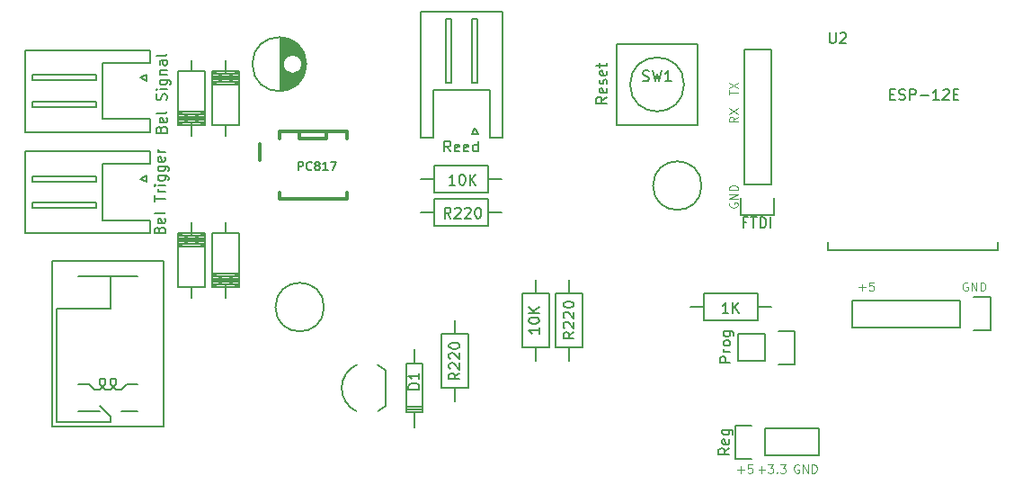
<source format=gbr>
G04 #@! TF.FileFunction,Legend,Top*
%FSLAX46Y46*%
G04 Gerber Fmt 4.6, Leading zero omitted, Abs format (unit mm)*
G04 Created by KiCad (PCBNEW 4.0.3+e1-6302~38~ubuntu15.04.1-stable) date Sat Aug 20 23:13:29 2016*
%MOMM*%
%LPD*%
G01*
G04 APERTURE LIST*
%ADD10C,0.100000*%
%ADD11C,0.150000*%
%ADD12C,0.350000*%
%ADD13C,0.152400*%
G04 APERTURE END LIST*
D10*
X208305477Y-99930000D02*
X208229286Y-99891905D01*
X208115001Y-99891905D01*
X208000715Y-99930000D01*
X207924524Y-100006190D01*
X207886429Y-100082381D01*
X207848334Y-100234762D01*
X207848334Y-100349048D01*
X207886429Y-100501429D01*
X207924524Y-100577619D01*
X208000715Y-100653810D01*
X208115001Y-100691905D01*
X208191191Y-100691905D01*
X208305477Y-100653810D01*
X208343572Y-100615714D01*
X208343572Y-100349048D01*
X208191191Y-100349048D01*
X208686429Y-100691905D02*
X208686429Y-99891905D01*
X209143572Y-100691905D01*
X209143572Y-99891905D01*
X209524524Y-100691905D02*
X209524524Y-99891905D01*
X209715000Y-99891905D01*
X209829286Y-99930000D01*
X209905477Y-100006190D01*
X209943572Y-100082381D01*
X209981667Y-100234762D01*
X209981667Y-100349048D01*
X209943572Y-100501429D01*
X209905477Y-100577619D01*
X209829286Y-100653810D01*
X209715000Y-100691905D01*
X209524524Y-100691905D01*
X198069286Y-100387143D02*
X198678810Y-100387143D01*
X198374048Y-100691905D02*
X198374048Y-100082381D01*
X199440715Y-99891905D02*
X199059762Y-99891905D01*
X199021667Y-100272857D01*
X199059762Y-100234762D01*
X199135953Y-100196667D01*
X199326429Y-100196667D01*
X199402619Y-100234762D01*
X199440715Y-100272857D01*
X199478810Y-100349048D01*
X199478810Y-100539524D01*
X199440715Y-100615714D01*
X199402619Y-100653810D01*
X199326429Y-100691905D01*
X199135953Y-100691905D01*
X199059762Y-100653810D01*
X199021667Y-100615714D01*
X186639286Y-117532143D02*
X187248810Y-117532143D01*
X186944048Y-117836905D02*
X186944048Y-117227381D01*
X188010715Y-117036905D02*
X187629762Y-117036905D01*
X187591667Y-117417857D01*
X187629762Y-117379762D01*
X187705953Y-117341667D01*
X187896429Y-117341667D01*
X187972619Y-117379762D01*
X188010715Y-117417857D01*
X188048810Y-117494048D01*
X188048810Y-117684524D01*
X188010715Y-117760714D01*
X187972619Y-117798810D01*
X187896429Y-117836905D01*
X187705953Y-117836905D01*
X187629762Y-117798810D01*
X187591667Y-117760714D01*
X188607857Y-117532143D02*
X189217381Y-117532143D01*
X188912619Y-117836905D02*
X188912619Y-117227381D01*
X189522143Y-117036905D02*
X190017381Y-117036905D01*
X189750714Y-117341667D01*
X189865000Y-117341667D01*
X189941190Y-117379762D01*
X189979286Y-117417857D01*
X190017381Y-117494048D01*
X190017381Y-117684524D01*
X189979286Y-117760714D01*
X189941190Y-117798810D01*
X189865000Y-117836905D01*
X189636428Y-117836905D01*
X189560238Y-117798810D01*
X189522143Y-117760714D01*
X190360238Y-117760714D02*
X190398333Y-117798810D01*
X190360238Y-117836905D01*
X190322143Y-117798810D01*
X190360238Y-117760714D01*
X190360238Y-117836905D01*
X190665000Y-117036905D02*
X191160238Y-117036905D01*
X190893571Y-117341667D01*
X191007857Y-117341667D01*
X191084047Y-117379762D01*
X191122143Y-117417857D01*
X191160238Y-117494048D01*
X191160238Y-117684524D01*
X191122143Y-117760714D01*
X191084047Y-117798810D01*
X191007857Y-117836905D01*
X190779285Y-117836905D01*
X190703095Y-117798810D01*
X190665000Y-117760714D01*
X192430477Y-117075000D02*
X192354286Y-117036905D01*
X192240001Y-117036905D01*
X192125715Y-117075000D01*
X192049524Y-117151190D01*
X192011429Y-117227381D01*
X191973334Y-117379762D01*
X191973334Y-117494048D01*
X192011429Y-117646429D01*
X192049524Y-117722619D01*
X192125715Y-117798810D01*
X192240001Y-117836905D01*
X192316191Y-117836905D01*
X192430477Y-117798810D01*
X192468572Y-117760714D01*
X192468572Y-117494048D01*
X192316191Y-117494048D01*
X192811429Y-117836905D02*
X192811429Y-117036905D01*
X193268572Y-117836905D01*
X193268572Y-117036905D01*
X193649524Y-117836905D02*
X193649524Y-117036905D01*
X193840000Y-117036905D01*
X193954286Y-117075000D01*
X194030477Y-117151190D01*
X194068572Y-117227381D01*
X194106667Y-117379762D01*
X194106667Y-117494048D01*
X194068572Y-117646429D01*
X194030477Y-117722619D01*
X193954286Y-117798810D01*
X193840000Y-117836905D01*
X193649524Y-117836905D01*
X185870905Y-82270524D02*
X185870905Y-81813381D01*
X186670905Y-82041952D02*
X185870905Y-82041952D01*
X185870905Y-81622904D02*
X186670905Y-81089571D01*
X185870905Y-81089571D02*
X186670905Y-81622904D01*
X186670905Y-84334333D02*
X186289952Y-84601000D01*
X186670905Y-84791476D02*
X185870905Y-84791476D01*
X185870905Y-84486714D01*
X185909000Y-84410523D01*
X185947095Y-84372428D01*
X186023286Y-84334333D01*
X186137571Y-84334333D01*
X186213762Y-84372428D01*
X186251857Y-84410523D01*
X186289952Y-84486714D01*
X186289952Y-84791476D01*
X185870905Y-84067666D02*
X186670905Y-83534333D01*
X185870905Y-83534333D02*
X186670905Y-84067666D01*
X185909000Y-92430523D02*
X185870905Y-92506714D01*
X185870905Y-92620999D01*
X185909000Y-92735285D01*
X185985190Y-92811476D01*
X186061381Y-92849571D01*
X186213762Y-92887666D01*
X186328048Y-92887666D01*
X186480429Y-92849571D01*
X186556619Y-92811476D01*
X186632810Y-92735285D01*
X186670905Y-92620999D01*
X186670905Y-92544809D01*
X186632810Y-92430523D01*
X186594714Y-92392428D01*
X186328048Y-92392428D01*
X186328048Y-92544809D01*
X186670905Y-92049571D02*
X185870905Y-92049571D01*
X186670905Y-91592428D01*
X185870905Y-91592428D01*
X186670905Y-91211476D02*
X185870905Y-91211476D01*
X185870905Y-91021000D01*
X185909000Y-90906714D01*
X185985190Y-90830523D01*
X186061381Y-90792428D01*
X186213762Y-90754333D01*
X186328048Y-90754333D01*
X186480429Y-90792428D01*
X186556619Y-90830523D01*
X186632810Y-90906714D01*
X186670905Y-91021000D01*
X186670905Y-91211476D01*
D11*
X160675000Y-74470000D02*
X164525000Y-74470000D01*
X164525000Y-74470000D02*
X164525000Y-86270000D01*
X164525000Y-86270000D02*
X163325000Y-86270000D01*
X163325000Y-86270000D02*
X163325000Y-81770000D01*
X163325000Y-81770000D02*
X160675000Y-81770000D01*
X160675000Y-74470000D02*
X156825000Y-74470000D01*
X156825000Y-74470000D02*
X156825000Y-86270000D01*
X156825000Y-86270000D02*
X158025000Y-86270000D01*
X158025000Y-86270000D02*
X158025000Y-81770000D01*
X158025000Y-81770000D02*
X160675000Y-81770000D01*
X162175000Y-81120000D02*
X162175000Y-75120000D01*
X162175000Y-75120000D02*
X161675000Y-75120000D01*
X161675000Y-75120000D02*
X161675000Y-81120000D01*
X161675000Y-81120000D02*
X162175000Y-81120000D01*
X159675000Y-81120000D02*
X159675000Y-75120000D01*
X159675000Y-75120000D02*
X159175000Y-75120000D01*
X159175000Y-75120000D02*
X159175000Y-81120000D01*
X159175000Y-81120000D02*
X159675000Y-81120000D01*
X161925000Y-85320000D02*
X162225000Y-85920000D01*
X162225000Y-85920000D02*
X161625000Y-85920000D01*
X161625000Y-85920000D02*
X161925000Y-85320000D01*
X143565000Y-76876000D02*
X143565000Y-81874000D01*
X143705000Y-76884000D02*
X143705000Y-81866000D01*
X143845000Y-76900000D02*
X143845000Y-79280000D01*
X143845000Y-79470000D02*
X143845000Y-81850000D01*
X143985000Y-76924000D02*
X143985000Y-78885000D01*
X143985000Y-79865000D02*
X143985000Y-81826000D01*
X144125000Y-76957000D02*
X144125000Y-78718000D01*
X144125000Y-80032000D02*
X144125000Y-81793000D01*
X144265000Y-76998000D02*
X144265000Y-78611000D01*
X144265000Y-80139000D02*
X144265000Y-81752000D01*
X144405000Y-77048000D02*
X144405000Y-78540000D01*
X144405000Y-80210000D02*
X144405000Y-81702000D01*
X144545000Y-77109000D02*
X144545000Y-78496000D01*
X144545000Y-80254000D02*
X144545000Y-81641000D01*
X144685000Y-77179000D02*
X144685000Y-78477000D01*
X144685000Y-80273000D02*
X144685000Y-81571000D01*
X144825000Y-77261000D02*
X144825000Y-78479000D01*
X144825000Y-80271000D02*
X144825000Y-81489000D01*
X144965000Y-77356000D02*
X144965000Y-78504000D01*
X144965000Y-80246000D02*
X144965000Y-81394000D01*
X145105000Y-77467000D02*
X145105000Y-78552000D01*
X145105000Y-80198000D02*
X145105000Y-81283000D01*
X145245000Y-77595000D02*
X145245000Y-78630000D01*
X145245000Y-80120000D02*
X145245000Y-81155000D01*
X145385000Y-77744000D02*
X145385000Y-78747000D01*
X145385000Y-80003000D02*
X145385000Y-81006000D01*
X145525000Y-77923000D02*
X145525000Y-78935000D01*
X145525000Y-79815000D02*
X145525000Y-80827000D01*
X145665000Y-78142000D02*
X145665000Y-80608000D01*
X145805000Y-78431000D02*
X145805000Y-80319000D01*
X145945000Y-78903000D02*
X145945000Y-79847000D01*
X145640000Y-79375000D02*
G75*
G03X145640000Y-79375000I-900000J0D01*
G01*
X146027500Y-79375000D02*
G75*
G03X146027500Y-79375000I-2537500J0D01*
G01*
X138432540Y-85090000D02*
X138432540Y-86106000D01*
X138432540Y-80264000D02*
X138432540Y-78994000D01*
X139702540Y-80518000D02*
X137162540Y-80518000D01*
X139702540Y-80772000D02*
X137162540Y-80772000D01*
X139702540Y-81026000D02*
X137162540Y-81026000D01*
X139702540Y-80264000D02*
X137162540Y-80264000D01*
X139702540Y-81280000D02*
X137162540Y-80010000D01*
X139702540Y-80010000D02*
X137162540Y-81280000D01*
X139702540Y-81280000D02*
X137162540Y-81280000D01*
X139702540Y-80645000D02*
X137162540Y-80645000D01*
X137162540Y-80010000D02*
X139702540Y-80010000D01*
X139702540Y-80010000D02*
X139702540Y-85090000D01*
X139702540Y-85090000D02*
X137162540Y-85090000D01*
X137162540Y-85090000D02*
X137162540Y-80010000D01*
X138427460Y-95250000D02*
X138427460Y-94234000D01*
X138427460Y-100076000D02*
X138427460Y-101346000D01*
X137157460Y-99822000D02*
X139697460Y-99822000D01*
X137157460Y-99568000D02*
X139697460Y-99568000D01*
X137157460Y-99314000D02*
X139697460Y-99314000D01*
X137157460Y-100076000D02*
X139697460Y-100076000D01*
X137157460Y-99060000D02*
X139697460Y-100330000D01*
X137157460Y-100330000D02*
X139697460Y-99060000D01*
X137157460Y-99060000D02*
X139697460Y-99060000D01*
X137157460Y-99695000D02*
X139697460Y-99695000D01*
X139697460Y-100330000D02*
X137157460Y-100330000D01*
X137157460Y-100330000D02*
X137157460Y-95250000D01*
X137157460Y-95250000D02*
X139697460Y-95250000D01*
X139697460Y-95250000D02*
X139697460Y-100330000D01*
X135252460Y-80010000D02*
X135252460Y-78994000D01*
X135252460Y-84836000D02*
X135252460Y-86106000D01*
X133982460Y-84582000D02*
X136522460Y-84582000D01*
X133982460Y-84328000D02*
X136522460Y-84328000D01*
X133982460Y-84074000D02*
X136522460Y-84074000D01*
X133982460Y-84836000D02*
X136522460Y-84836000D01*
X133982460Y-83820000D02*
X136522460Y-85090000D01*
X133982460Y-85090000D02*
X136522460Y-83820000D01*
X133982460Y-83820000D02*
X136522460Y-83820000D01*
X133982460Y-84455000D02*
X136522460Y-84455000D01*
X136522460Y-85090000D02*
X133982460Y-85090000D01*
X133982460Y-85090000D02*
X133982460Y-80010000D01*
X133982460Y-80010000D02*
X136522460Y-80010000D01*
X136522460Y-80010000D02*
X136522460Y-85090000D01*
X135257540Y-100330000D02*
X135257540Y-101346000D01*
X135257540Y-95504000D02*
X135257540Y-94234000D01*
X136527540Y-95758000D02*
X133987540Y-95758000D01*
X136527540Y-96012000D02*
X133987540Y-96012000D01*
X136527540Y-96266000D02*
X133987540Y-96266000D01*
X136527540Y-95504000D02*
X133987540Y-95504000D01*
X136527540Y-96520000D02*
X133987540Y-95250000D01*
X136527540Y-95250000D02*
X133987540Y-96520000D01*
X136527540Y-96520000D02*
X133987540Y-96520000D01*
X136527540Y-95885000D02*
X133987540Y-95885000D01*
X133987540Y-95250000D02*
X136527540Y-95250000D01*
X136527540Y-95250000D02*
X136527540Y-100330000D01*
X136527540Y-100330000D02*
X133987540Y-100330000D01*
X133987540Y-100330000D02*
X133987540Y-95250000D01*
X119555000Y-81895000D02*
X119555000Y-78045000D01*
X119555000Y-78045000D02*
X131355000Y-78045000D01*
X131355000Y-78045000D02*
X131355000Y-79245000D01*
X131355000Y-79245000D02*
X126855000Y-79245000D01*
X126855000Y-79245000D02*
X126855000Y-81895000D01*
X119555000Y-81895000D02*
X119555000Y-85745000D01*
X119555000Y-85745000D02*
X131355000Y-85745000D01*
X131355000Y-85745000D02*
X131355000Y-84545000D01*
X131355000Y-84545000D02*
X126855000Y-84545000D01*
X126855000Y-84545000D02*
X126855000Y-81895000D01*
X126205000Y-80395000D02*
X120205000Y-80395000D01*
X120205000Y-80395000D02*
X120205000Y-80895000D01*
X120205000Y-80895000D02*
X126205000Y-80895000D01*
X126205000Y-80895000D02*
X126205000Y-80395000D01*
X126205000Y-82895000D02*
X120205000Y-82895000D01*
X120205000Y-82895000D02*
X120205000Y-83395000D01*
X120205000Y-83395000D02*
X126205000Y-83395000D01*
X126205000Y-83395000D02*
X126205000Y-82895000D01*
X130405000Y-80645000D02*
X131005000Y-80345000D01*
X131005000Y-80345000D02*
X131005000Y-80945000D01*
X131005000Y-80945000D02*
X130405000Y-80645000D01*
X119555000Y-91420000D02*
X119555000Y-87570000D01*
X119555000Y-87570000D02*
X131355000Y-87570000D01*
X131355000Y-87570000D02*
X131355000Y-88770000D01*
X131355000Y-88770000D02*
X126855000Y-88770000D01*
X126855000Y-88770000D02*
X126855000Y-91420000D01*
X119555000Y-91420000D02*
X119555000Y-95270000D01*
X119555000Y-95270000D02*
X131355000Y-95270000D01*
X131355000Y-95270000D02*
X131355000Y-94070000D01*
X131355000Y-94070000D02*
X126855000Y-94070000D01*
X126855000Y-94070000D02*
X126855000Y-91420000D01*
X126205000Y-89920000D02*
X120205000Y-89920000D01*
X120205000Y-89920000D02*
X120205000Y-90420000D01*
X120205000Y-90420000D02*
X126205000Y-90420000D01*
X126205000Y-90420000D02*
X126205000Y-89920000D01*
X126205000Y-92420000D02*
X120205000Y-92420000D01*
X120205000Y-92420000D02*
X120205000Y-92920000D01*
X120205000Y-92920000D02*
X126205000Y-92920000D01*
X126205000Y-92920000D02*
X126205000Y-92420000D01*
X130405000Y-90170000D02*
X131005000Y-89870000D01*
X131005000Y-89870000D02*
X131005000Y-90470000D01*
X131005000Y-90470000D02*
X130405000Y-90170000D01*
X158115000Y-88900000D02*
X163195000Y-88900000D01*
X163195000Y-88900000D02*
X163195000Y-91440000D01*
X163195000Y-91440000D02*
X158115000Y-91440000D01*
X158115000Y-91440000D02*
X158115000Y-88900000D01*
X158115000Y-90170000D02*
X156845000Y-90170000D01*
X163195000Y-90170000D02*
X164465000Y-90170000D01*
X163195000Y-94615000D02*
X158115000Y-94615000D01*
X158115000Y-94615000D02*
X158115000Y-92075000D01*
X158115000Y-92075000D02*
X163195000Y-92075000D01*
X163195000Y-92075000D02*
X163195000Y-94615000D01*
X163195000Y-93345000D02*
X164465000Y-93345000D01*
X158115000Y-93345000D02*
X156845000Y-93345000D01*
D12*
X141685000Y-86900000D02*
X141685000Y-88400000D01*
X147955000Y-85725000D02*
X147955000Y-86360000D01*
X147955000Y-86360000D02*
X145415000Y-86360000D01*
X145415000Y-86360000D02*
X145415000Y-85725000D01*
X149860000Y-86360000D02*
X149860000Y-85725000D01*
X149860000Y-85725000D02*
X143510000Y-85725000D01*
X143510000Y-85725000D02*
X143510000Y-86360000D01*
X143510000Y-91440000D02*
X143510000Y-92075000D01*
X143510000Y-92075000D02*
X149860000Y-92075000D01*
X149860000Y-92075000D02*
X149860000Y-91440000D01*
D13*
X195199000Y-96139000D02*
X195199000Y-96901000D01*
X195199000Y-96901000D02*
X211201000Y-96901000D01*
X211201000Y-96901000D02*
X211201000Y-96139000D01*
D11*
X189230000Y-107315000D02*
X186690000Y-107315000D01*
X192050000Y-107595000D02*
X190500000Y-107595000D01*
X189230000Y-107315000D02*
X189230000Y-104775000D01*
X190500000Y-104495000D02*
X192050000Y-104495000D01*
X192050000Y-104495000D02*
X192050000Y-107595000D01*
X189230000Y-104775000D02*
X186690000Y-104775000D01*
X186690000Y-104775000D02*
X186690000Y-107315000D01*
X187265000Y-90715000D02*
X187265000Y-78015000D01*
X187265000Y-78015000D02*
X189805000Y-78015000D01*
X189805000Y-78015000D02*
X189805000Y-90715000D01*
X186985000Y-93535000D02*
X186985000Y-91985000D01*
X187265000Y-90715000D02*
X189805000Y-90715000D01*
X190085000Y-91985000D02*
X190085000Y-93535000D01*
X190085000Y-93535000D02*
X186985000Y-93535000D01*
X208915000Y-101320000D02*
X210465000Y-101320000D01*
X210465000Y-101320000D02*
X210465000Y-104420000D01*
X210465000Y-104420000D02*
X208915000Y-104420000D01*
X207645000Y-104140000D02*
X197485000Y-104140000D01*
X197485000Y-104140000D02*
X197485000Y-101600000D01*
X197485000Y-101600000D02*
X207645000Y-101600000D01*
X207645000Y-104140000D02*
X207645000Y-101600000D01*
X189230000Y-116205000D02*
X194310000Y-116205000D01*
X194310000Y-116205000D02*
X194310000Y-113665000D01*
X194310000Y-113665000D02*
X189230000Y-113665000D01*
X186410000Y-113385000D02*
X187960000Y-113385000D01*
X189230000Y-113665000D02*
X189230000Y-116205000D01*
X187960000Y-116485000D02*
X186410000Y-116485000D01*
X186410000Y-116485000D02*
X186410000Y-113385000D01*
X168910000Y-100965000D02*
X168910000Y-106045000D01*
X168910000Y-106045000D02*
X166370000Y-106045000D01*
X166370000Y-106045000D02*
X166370000Y-100965000D01*
X166370000Y-100965000D02*
X168910000Y-100965000D01*
X167640000Y-100965000D02*
X167640000Y-99695000D01*
X167640000Y-106045000D02*
X167640000Y-107315000D01*
X169545000Y-106045000D02*
X169545000Y-100965000D01*
X169545000Y-100965000D02*
X172085000Y-100965000D01*
X172085000Y-100965000D02*
X172085000Y-106045000D01*
X172085000Y-106045000D02*
X169545000Y-106045000D01*
X170815000Y-106045000D02*
X170815000Y-107315000D01*
X170815000Y-100965000D02*
X170815000Y-99695000D01*
X183515000Y-100965000D02*
X188595000Y-100965000D01*
X188595000Y-100965000D02*
X188595000Y-103505000D01*
X188595000Y-103505000D02*
X183515000Y-103505000D01*
X183515000Y-103505000D02*
X183515000Y-100965000D01*
X183515000Y-102235000D02*
X182245000Y-102235000D01*
X188595000Y-102235000D02*
X189865000Y-102235000D01*
X181610000Y-81280000D02*
G75*
G03X181610000Y-81280000I-2540000J0D01*
G01*
X175260000Y-77470000D02*
X182880000Y-77470000D01*
X182880000Y-77470000D02*
X182880000Y-85090000D01*
X182880000Y-85090000D02*
X175260000Y-85090000D01*
X175260000Y-77470000D02*
X175260000Y-85090000D01*
X156207460Y-107568480D02*
X156207460Y-106171480D01*
X156207460Y-112013480D02*
X156207460Y-113537480D01*
X155445460Y-111632480D02*
X156969460Y-111632480D01*
X155445460Y-111886480D02*
X156969460Y-111886480D01*
X156207460Y-112140480D02*
X156969460Y-112140480D01*
X156969460Y-112140480D02*
X156969460Y-107568480D01*
X156969460Y-107568480D02*
X155445460Y-107568480D01*
X155445460Y-107568480D02*
X155445460Y-112140480D01*
X155445460Y-112140480D02*
X156207460Y-112140480D01*
X158750000Y-109855000D02*
X158750000Y-104775000D01*
X158750000Y-104775000D02*
X161290000Y-104775000D01*
X161290000Y-104775000D02*
X161290000Y-109855000D01*
X161290000Y-109855000D02*
X158750000Y-109855000D01*
X160020000Y-109855000D02*
X160020000Y-111125000D01*
X160020000Y-104775000D02*
X160020000Y-103505000D01*
X124587000Y-109474000D02*
X125603000Y-109474000D01*
X125603000Y-109474000D02*
X126111000Y-109982000D01*
X126111000Y-109982000D02*
X126619000Y-109982000D01*
X126619000Y-109982000D02*
X127127000Y-109474000D01*
X127127000Y-109474000D02*
X127127000Y-108966000D01*
X127127000Y-108966000D02*
X126619000Y-108966000D01*
X126619000Y-108966000D02*
X126619000Y-109474000D01*
X126619000Y-109474000D02*
X127127000Y-109982000D01*
X127127000Y-109982000D02*
X127635000Y-109982000D01*
X127635000Y-109982000D02*
X128143000Y-109474000D01*
X128143000Y-109474000D02*
X128143000Y-108966000D01*
X128143000Y-108966000D02*
X127635000Y-108966000D01*
X127635000Y-108966000D02*
X127635000Y-109474000D01*
X127635000Y-109474000D02*
X128143000Y-109982000D01*
X128143000Y-109982000D02*
X128651000Y-109982000D01*
X128651000Y-109982000D02*
X129159000Y-109474000D01*
X129159000Y-109474000D02*
X130175000Y-109474000D01*
X126619000Y-112014000D02*
X124587000Y-112014000D01*
X122555000Y-113030000D02*
X122555000Y-102362000D01*
X122555000Y-102362000D02*
X127635000Y-102362000D01*
X127635000Y-102362000D02*
X127635000Y-99314000D01*
X122555000Y-113030000D02*
X127635000Y-113030000D01*
X127635000Y-113030000D02*
X127635000Y-112522000D01*
X127635000Y-112522000D02*
X126619000Y-111506000D01*
X130175000Y-112014000D02*
X128651000Y-112014000D01*
X124587000Y-99314000D02*
X130175000Y-99314000D01*
X132611000Y-113434000D02*
X132611000Y-97934000D01*
X132611000Y-97934000D02*
X122111000Y-97934000D01*
X122111000Y-113434000D02*
X132611000Y-113434000D01*
X122111000Y-97934000D02*
X122111000Y-113434000D01*
X152761990Y-112042695D02*
G75*
G03X153465000Y-111555000I-996990J2187695D01*
G01*
X152761990Y-107667305D02*
G75*
G02X153465000Y-108155000I-996990J-2187695D01*
G01*
X153465000Y-111555000D02*
X153465000Y-108155000D01*
X150771873Y-112039879D02*
G75*
G02X149365000Y-109855000I993127J2184879D01*
G01*
X150771873Y-107670121D02*
G75*
G03X149365000Y-109855000I993127J-2184879D01*
G01*
X147701000Y-102235000D02*
G75*
G03X147701000Y-102235000I-2286000J0D01*
G01*
X183261000Y-90805000D02*
G75*
G03X183261000Y-90805000I-2286000J0D01*
G01*
X159615000Y-87597381D02*
X159281666Y-87121190D01*
X159043571Y-87597381D02*
X159043571Y-86597381D01*
X159424524Y-86597381D01*
X159519762Y-86645000D01*
X159567381Y-86692619D01*
X159615000Y-86787857D01*
X159615000Y-86930714D01*
X159567381Y-87025952D01*
X159519762Y-87073571D01*
X159424524Y-87121190D01*
X159043571Y-87121190D01*
X160424524Y-87549762D02*
X160329286Y-87597381D01*
X160138809Y-87597381D01*
X160043571Y-87549762D01*
X159995952Y-87454524D01*
X159995952Y-87073571D01*
X160043571Y-86978333D01*
X160138809Y-86930714D01*
X160329286Y-86930714D01*
X160424524Y-86978333D01*
X160472143Y-87073571D01*
X160472143Y-87168810D01*
X159995952Y-87264048D01*
X161281667Y-87549762D02*
X161186429Y-87597381D01*
X160995952Y-87597381D01*
X160900714Y-87549762D01*
X160853095Y-87454524D01*
X160853095Y-87073571D01*
X160900714Y-86978333D01*
X160995952Y-86930714D01*
X161186429Y-86930714D01*
X161281667Y-86978333D01*
X161329286Y-87073571D01*
X161329286Y-87168810D01*
X160853095Y-87264048D01*
X162186429Y-87597381D02*
X162186429Y-86597381D01*
X162186429Y-87549762D02*
X162091191Y-87597381D01*
X161900714Y-87597381D01*
X161805476Y-87549762D01*
X161757857Y-87502143D01*
X161710238Y-87406905D01*
X161710238Y-87121190D01*
X161757857Y-87025952D01*
X161805476Y-86978333D01*
X161900714Y-86930714D01*
X162091191Y-86930714D01*
X162186429Y-86978333D01*
X132373571Y-85508333D02*
X132421190Y-85365476D01*
X132468810Y-85317857D01*
X132564048Y-85270238D01*
X132706905Y-85270238D01*
X132802143Y-85317857D01*
X132849762Y-85365476D01*
X132897381Y-85460714D01*
X132897381Y-85841667D01*
X131897381Y-85841667D01*
X131897381Y-85508333D01*
X131945000Y-85413095D01*
X131992619Y-85365476D01*
X132087857Y-85317857D01*
X132183095Y-85317857D01*
X132278333Y-85365476D01*
X132325952Y-85413095D01*
X132373571Y-85508333D01*
X132373571Y-85841667D01*
X132849762Y-84460714D02*
X132897381Y-84555952D01*
X132897381Y-84746429D01*
X132849762Y-84841667D01*
X132754524Y-84889286D01*
X132373571Y-84889286D01*
X132278333Y-84841667D01*
X132230714Y-84746429D01*
X132230714Y-84555952D01*
X132278333Y-84460714D01*
X132373571Y-84413095D01*
X132468810Y-84413095D01*
X132564048Y-84889286D01*
X132897381Y-83841667D02*
X132849762Y-83936905D01*
X132754524Y-83984524D01*
X131897381Y-83984524D01*
X132849762Y-82746428D02*
X132897381Y-82603571D01*
X132897381Y-82365475D01*
X132849762Y-82270237D01*
X132802143Y-82222618D01*
X132706905Y-82174999D01*
X132611667Y-82174999D01*
X132516429Y-82222618D01*
X132468810Y-82270237D01*
X132421190Y-82365475D01*
X132373571Y-82555952D01*
X132325952Y-82651190D01*
X132278333Y-82698809D01*
X132183095Y-82746428D01*
X132087857Y-82746428D01*
X131992619Y-82698809D01*
X131945000Y-82651190D01*
X131897381Y-82555952D01*
X131897381Y-82317856D01*
X131945000Y-82174999D01*
X132897381Y-81746428D02*
X132230714Y-81746428D01*
X131897381Y-81746428D02*
X131945000Y-81794047D01*
X131992619Y-81746428D01*
X131945000Y-81698809D01*
X131897381Y-81746428D01*
X131992619Y-81746428D01*
X132230714Y-80841666D02*
X133040238Y-80841666D01*
X133135476Y-80889285D01*
X133183095Y-80936904D01*
X133230714Y-81032143D01*
X133230714Y-81175000D01*
X133183095Y-81270238D01*
X132849762Y-80841666D02*
X132897381Y-80936904D01*
X132897381Y-81127381D01*
X132849762Y-81222619D01*
X132802143Y-81270238D01*
X132706905Y-81317857D01*
X132421190Y-81317857D01*
X132325952Y-81270238D01*
X132278333Y-81222619D01*
X132230714Y-81127381D01*
X132230714Y-80936904D01*
X132278333Y-80841666D01*
X132230714Y-80365476D02*
X132897381Y-80365476D01*
X132325952Y-80365476D02*
X132278333Y-80317857D01*
X132230714Y-80222619D01*
X132230714Y-80079761D01*
X132278333Y-79984523D01*
X132373571Y-79936904D01*
X132897381Y-79936904D01*
X132897381Y-79032142D02*
X132373571Y-79032142D01*
X132278333Y-79079761D01*
X132230714Y-79174999D01*
X132230714Y-79365476D01*
X132278333Y-79460714D01*
X132849762Y-79032142D02*
X132897381Y-79127380D01*
X132897381Y-79365476D01*
X132849762Y-79460714D01*
X132754524Y-79508333D01*
X132659286Y-79508333D01*
X132564048Y-79460714D01*
X132516429Y-79365476D01*
X132516429Y-79127380D01*
X132468810Y-79032142D01*
X132897381Y-78413095D02*
X132849762Y-78508333D01*
X132754524Y-78555952D01*
X131897381Y-78555952D01*
X132203571Y-94971429D02*
X132251190Y-94828572D01*
X132298810Y-94780953D01*
X132394048Y-94733334D01*
X132536905Y-94733334D01*
X132632143Y-94780953D01*
X132679762Y-94828572D01*
X132727381Y-94923810D01*
X132727381Y-95304763D01*
X131727381Y-95304763D01*
X131727381Y-94971429D01*
X131775000Y-94876191D01*
X131822619Y-94828572D01*
X131917857Y-94780953D01*
X132013095Y-94780953D01*
X132108333Y-94828572D01*
X132155952Y-94876191D01*
X132203571Y-94971429D01*
X132203571Y-95304763D01*
X132679762Y-93923810D02*
X132727381Y-94019048D01*
X132727381Y-94209525D01*
X132679762Y-94304763D01*
X132584524Y-94352382D01*
X132203571Y-94352382D01*
X132108333Y-94304763D01*
X132060714Y-94209525D01*
X132060714Y-94019048D01*
X132108333Y-93923810D01*
X132203571Y-93876191D01*
X132298810Y-93876191D01*
X132394048Y-94352382D01*
X132727381Y-93304763D02*
X132679762Y-93400001D01*
X132584524Y-93447620D01*
X131727381Y-93447620D01*
X131727381Y-92304762D02*
X131727381Y-91733333D01*
X132727381Y-92019048D02*
X131727381Y-92019048D01*
X132727381Y-91400000D02*
X132060714Y-91400000D01*
X132251190Y-91400000D02*
X132155952Y-91352381D01*
X132108333Y-91304762D01*
X132060714Y-91209524D01*
X132060714Y-91114285D01*
X132727381Y-90780952D02*
X132060714Y-90780952D01*
X131727381Y-90780952D02*
X131775000Y-90828571D01*
X131822619Y-90780952D01*
X131775000Y-90733333D01*
X131727381Y-90780952D01*
X131822619Y-90780952D01*
X132060714Y-89876190D02*
X132870238Y-89876190D01*
X132965476Y-89923809D01*
X133013095Y-89971428D01*
X133060714Y-90066667D01*
X133060714Y-90209524D01*
X133013095Y-90304762D01*
X132679762Y-89876190D02*
X132727381Y-89971428D01*
X132727381Y-90161905D01*
X132679762Y-90257143D01*
X132632143Y-90304762D01*
X132536905Y-90352381D01*
X132251190Y-90352381D01*
X132155952Y-90304762D01*
X132108333Y-90257143D01*
X132060714Y-90161905D01*
X132060714Y-89971428D01*
X132108333Y-89876190D01*
X132060714Y-88971428D02*
X132870238Y-88971428D01*
X132965476Y-89019047D01*
X133013095Y-89066666D01*
X133060714Y-89161905D01*
X133060714Y-89304762D01*
X133013095Y-89400000D01*
X132679762Y-88971428D02*
X132727381Y-89066666D01*
X132727381Y-89257143D01*
X132679762Y-89352381D01*
X132632143Y-89400000D01*
X132536905Y-89447619D01*
X132251190Y-89447619D01*
X132155952Y-89400000D01*
X132108333Y-89352381D01*
X132060714Y-89257143D01*
X132060714Y-89066666D01*
X132108333Y-88971428D01*
X132679762Y-88114285D02*
X132727381Y-88209523D01*
X132727381Y-88400000D01*
X132679762Y-88495238D01*
X132584524Y-88542857D01*
X132203571Y-88542857D01*
X132108333Y-88495238D01*
X132060714Y-88400000D01*
X132060714Y-88209523D01*
X132108333Y-88114285D01*
X132203571Y-88066666D01*
X132298810Y-88066666D01*
X132394048Y-88542857D01*
X132727381Y-87638095D02*
X132060714Y-87638095D01*
X132251190Y-87638095D02*
X132155952Y-87590476D01*
X132108333Y-87542857D01*
X132060714Y-87447619D01*
X132060714Y-87352380D01*
X160049524Y-90757381D02*
X159478095Y-90757381D01*
X159763809Y-90757381D02*
X159763809Y-89757381D01*
X159668571Y-89900238D01*
X159573333Y-89995476D01*
X159478095Y-90043095D01*
X160668571Y-89757381D02*
X160763810Y-89757381D01*
X160859048Y-89805000D01*
X160906667Y-89852619D01*
X160954286Y-89947857D01*
X161001905Y-90138333D01*
X161001905Y-90376429D01*
X160954286Y-90566905D01*
X160906667Y-90662143D01*
X160859048Y-90709762D01*
X160763810Y-90757381D01*
X160668571Y-90757381D01*
X160573333Y-90709762D01*
X160525714Y-90662143D01*
X160478095Y-90566905D01*
X160430476Y-90376429D01*
X160430476Y-90138333D01*
X160478095Y-89947857D01*
X160525714Y-89852619D01*
X160573333Y-89805000D01*
X160668571Y-89757381D01*
X161430476Y-90757381D02*
X161430476Y-89757381D01*
X162001905Y-90757381D02*
X161573333Y-90185952D01*
X162001905Y-89757381D02*
X161430476Y-90328810D01*
X159640953Y-93877381D02*
X159307619Y-93401190D01*
X159069524Y-93877381D02*
X159069524Y-92877381D01*
X159450477Y-92877381D01*
X159545715Y-92925000D01*
X159593334Y-92972619D01*
X159640953Y-93067857D01*
X159640953Y-93210714D01*
X159593334Y-93305952D01*
X159545715Y-93353571D01*
X159450477Y-93401190D01*
X159069524Y-93401190D01*
X160021905Y-92972619D02*
X160069524Y-92925000D01*
X160164762Y-92877381D01*
X160402858Y-92877381D01*
X160498096Y-92925000D01*
X160545715Y-92972619D01*
X160593334Y-93067857D01*
X160593334Y-93163095D01*
X160545715Y-93305952D01*
X159974286Y-93877381D01*
X160593334Y-93877381D01*
X160974286Y-92972619D02*
X161021905Y-92925000D01*
X161117143Y-92877381D01*
X161355239Y-92877381D01*
X161450477Y-92925000D01*
X161498096Y-92972619D01*
X161545715Y-93067857D01*
X161545715Y-93163095D01*
X161498096Y-93305952D01*
X160926667Y-93877381D01*
X161545715Y-93877381D01*
X162164762Y-92877381D02*
X162260001Y-92877381D01*
X162355239Y-92925000D01*
X162402858Y-92972619D01*
X162450477Y-93067857D01*
X162498096Y-93258333D01*
X162498096Y-93496429D01*
X162450477Y-93686905D01*
X162402858Y-93782143D01*
X162355239Y-93829762D01*
X162260001Y-93877381D01*
X162164762Y-93877381D01*
X162069524Y-93829762D01*
X162021905Y-93782143D01*
X161974286Y-93686905D01*
X161926667Y-93496429D01*
X161926667Y-93258333D01*
X161974286Y-93067857D01*
X162021905Y-92972619D01*
X162069524Y-92925000D01*
X162164762Y-92877381D01*
X145282619Y-89351905D02*
X145282619Y-88551905D01*
X145587381Y-88551905D01*
X145663572Y-88590000D01*
X145701667Y-88628095D01*
X145739762Y-88704286D01*
X145739762Y-88818571D01*
X145701667Y-88894762D01*
X145663572Y-88932857D01*
X145587381Y-88970952D01*
X145282619Y-88970952D01*
X146539762Y-89275714D02*
X146501667Y-89313810D01*
X146387381Y-89351905D01*
X146311191Y-89351905D01*
X146196905Y-89313810D01*
X146120714Y-89237619D01*
X146082619Y-89161429D01*
X146044524Y-89009048D01*
X146044524Y-88894762D01*
X146082619Y-88742381D01*
X146120714Y-88666190D01*
X146196905Y-88590000D01*
X146311191Y-88551905D01*
X146387381Y-88551905D01*
X146501667Y-88590000D01*
X146539762Y-88628095D01*
X146996905Y-88894762D02*
X146920714Y-88856667D01*
X146882619Y-88818571D01*
X146844524Y-88742381D01*
X146844524Y-88704286D01*
X146882619Y-88628095D01*
X146920714Y-88590000D01*
X146996905Y-88551905D01*
X147149286Y-88551905D01*
X147225476Y-88590000D01*
X147263572Y-88628095D01*
X147301667Y-88704286D01*
X147301667Y-88742381D01*
X147263572Y-88818571D01*
X147225476Y-88856667D01*
X147149286Y-88894762D01*
X146996905Y-88894762D01*
X146920714Y-88932857D01*
X146882619Y-88970952D01*
X146844524Y-89047143D01*
X146844524Y-89199524D01*
X146882619Y-89275714D01*
X146920714Y-89313810D01*
X146996905Y-89351905D01*
X147149286Y-89351905D01*
X147225476Y-89313810D01*
X147263572Y-89275714D01*
X147301667Y-89199524D01*
X147301667Y-89047143D01*
X147263572Y-88970952D01*
X147225476Y-88932857D01*
X147149286Y-88894762D01*
X148063572Y-89351905D02*
X147606429Y-89351905D01*
X147835000Y-89351905D02*
X147835000Y-88551905D01*
X147758810Y-88666190D01*
X147682619Y-88742381D01*
X147606429Y-88780476D01*
X148330239Y-88551905D02*
X148863572Y-88551905D01*
X148520715Y-89351905D01*
X195313095Y-76392381D02*
X195313095Y-77201905D01*
X195360714Y-77297143D01*
X195408333Y-77344762D01*
X195503571Y-77392381D01*
X195694048Y-77392381D01*
X195789286Y-77344762D01*
X195836905Y-77297143D01*
X195884524Y-77201905D01*
X195884524Y-76392381D01*
X196313095Y-76487619D02*
X196360714Y-76440000D01*
X196455952Y-76392381D01*
X196694048Y-76392381D01*
X196789286Y-76440000D01*
X196836905Y-76487619D01*
X196884524Y-76582857D01*
X196884524Y-76678095D01*
X196836905Y-76820952D01*
X196265476Y-77392381D01*
X196884524Y-77392381D01*
X201000714Y-82208571D02*
X201334048Y-82208571D01*
X201476905Y-82732381D02*
X201000714Y-82732381D01*
X201000714Y-81732381D01*
X201476905Y-81732381D01*
X201857857Y-82684762D02*
X202000714Y-82732381D01*
X202238810Y-82732381D01*
X202334048Y-82684762D01*
X202381667Y-82637143D01*
X202429286Y-82541905D01*
X202429286Y-82446667D01*
X202381667Y-82351429D01*
X202334048Y-82303810D01*
X202238810Y-82256190D01*
X202048333Y-82208571D01*
X201953095Y-82160952D01*
X201905476Y-82113333D01*
X201857857Y-82018095D01*
X201857857Y-81922857D01*
X201905476Y-81827619D01*
X201953095Y-81780000D01*
X202048333Y-81732381D01*
X202286429Y-81732381D01*
X202429286Y-81780000D01*
X202857857Y-82732381D02*
X202857857Y-81732381D01*
X203238810Y-81732381D01*
X203334048Y-81780000D01*
X203381667Y-81827619D01*
X203429286Y-81922857D01*
X203429286Y-82065714D01*
X203381667Y-82160952D01*
X203334048Y-82208571D01*
X203238810Y-82256190D01*
X202857857Y-82256190D01*
X203857857Y-82351429D02*
X204619762Y-82351429D01*
X205619762Y-82732381D02*
X205048333Y-82732381D01*
X205334047Y-82732381D02*
X205334047Y-81732381D01*
X205238809Y-81875238D01*
X205143571Y-81970476D01*
X205048333Y-82018095D01*
X206000714Y-81827619D02*
X206048333Y-81780000D01*
X206143571Y-81732381D01*
X206381667Y-81732381D01*
X206476905Y-81780000D01*
X206524524Y-81827619D01*
X206572143Y-81922857D01*
X206572143Y-82018095D01*
X206524524Y-82160952D01*
X205953095Y-82732381D01*
X206572143Y-82732381D01*
X207000714Y-82208571D02*
X207334048Y-82208571D01*
X207476905Y-82732381D02*
X207000714Y-82732381D01*
X207000714Y-81732381D01*
X207476905Y-81732381D01*
X185967381Y-107456191D02*
X184967381Y-107456191D01*
X184967381Y-107075238D01*
X185015000Y-106980000D01*
X185062619Y-106932381D01*
X185157857Y-106884762D01*
X185300714Y-106884762D01*
X185395952Y-106932381D01*
X185443571Y-106980000D01*
X185491190Y-107075238D01*
X185491190Y-107456191D01*
X185967381Y-106456191D02*
X185300714Y-106456191D01*
X185491190Y-106456191D02*
X185395952Y-106408572D01*
X185348333Y-106360953D01*
X185300714Y-106265715D01*
X185300714Y-106170476D01*
X185967381Y-105694286D02*
X185919762Y-105789524D01*
X185872143Y-105837143D01*
X185776905Y-105884762D01*
X185491190Y-105884762D01*
X185395952Y-105837143D01*
X185348333Y-105789524D01*
X185300714Y-105694286D01*
X185300714Y-105551428D01*
X185348333Y-105456190D01*
X185395952Y-105408571D01*
X185491190Y-105360952D01*
X185776905Y-105360952D01*
X185872143Y-105408571D01*
X185919762Y-105456190D01*
X185967381Y-105551428D01*
X185967381Y-105694286D01*
X185300714Y-104503809D02*
X186110238Y-104503809D01*
X186205476Y-104551428D01*
X186253095Y-104599047D01*
X186300714Y-104694286D01*
X186300714Y-104837143D01*
X186253095Y-104932381D01*
X185919762Y-104503809D02*
X185967381Y-104599047D01*
X185967381Y-104789524D01*
X185919762Y-104884762D01*
X185872143Y-104932381D01*
X185776905Y-104980000D01*
X185491190Y-104980000D01*
X185395952Y-104932381D01*
X185348333Y-104884762D01*
X185300714Y-104789524D01*
X185300714Y-104599047D01*
X185348333Y-104503809D01*
X187498810Y-94253571D02*
X187165476Y-94253571D01*
X187165476Y-94777381D02*
X187165476Y-93777381D01*
X187641667Y-93777381D01*
X187879762Y-93777381D02*
X188451191Y-93777381D01*
X188165476Y-94777381D02*
X188165476Y-93777381D01*
X188784524Y-94777381D02*
X188784524Y-93777381D01*
X189022619Y-93777381D01*
X189165477Y-93825000D01*
X189260715Y-93920238D01*
X189308334Y-94015476D01*
X189355953Y-94205952D01*
X189355953Y-94348810D01*
X189308334Y-94539286D01*
X189260715Y-94634524D01*
X189165477Y-94729762D01*
X189022619Y-94777381D01*
X188784524Y-94777381D01*
X189784524Y-94777381D02*
X189784524Y-93777381D01*
X185872381Y-115506428D02*
X185396190Y-115839762D01*
X185872381Y-116077857D02*
X184872381Y-116077857D01*
X184872381Y-115696904D01*
X184920000Y-115601666D01*
X184967619Y-115554047D01*
X185062857Y-115506428D01*
X185205714Y-115506428D01*
X185300952Y-115554047D01*
X185348571Y-115601666D01*
X185396190Y-115696904D01*
X185396190Y-116077857D01*
X185824762Y-114696904D02*
X185872381Y-114792142D01*
X185872381Y-114982619D01*
X185824762Y-115077857D01*
X185729524Y-115125476D01*
X185348571Y-115125476D01*
X185253333Y-115077857D01*
X185205714Y-114982619D01*
X185205714Y-114792142D01*
X185253333Y-114696904D01*
X185348571Y-114649285D01*
X185443810Y-114649285D01*
X185539048Y-115125476D01*
X185205714Y-113792142D02*
X186015238Y-113792142D01*
X186110476Y-113839761D01*
X186158095Y-113887380D01*
X186205714Y-113982619D01*
X186205714Y-114125476D01*
X186158095Y-114220714D01*
X185824762Y-113792142D02*
X185872381Y-113887380D01*
X185872381Y-114077857D01*
X185824762Y-114173095D01*
X185777143Y-114220714D01*
X185681905Y-114268333D01*
X185396190Y-114268333D01*
X185300952Y-114220714D01*
X185253333Y-114173095D01*
X185205714Y-114077857D01*
X185205714Y-113887380D01*
X185253333Y-113792142D01*
X167982381Y-104165476D02*
X167982381Y-104736905D01*
X167982381Y-104451191D02*
X166982381Y-104451191D01*
X167125238Y-104546429D01*
X167220476Y-104641667D01*
X167268095Y-104736905D01*
X166982381Y-103546429D02*
X166982381Y-103451190D01*
X167030000Y-103355952D01*
X167077619Y-103308333D01*
X167172857Y-103260714D01*
X167363333Y-103213095D01*
X167601429Y-103213095D01*
X167791905Y-103260714D01*
X167887143Y-103308333D01*
X167934762Y-103355952D01*
X167982381Y-103451190D01*
X167982381Y-103546429D01*
X167934762Y-103641667D01*
X167887143Y-103689286D01*
X167791905Y-103736905D01*
X167601429Y-103784524D01*
X167363333Y-103784524D01*
X167172857Y-103736905D01*
X167077619Y-103689286D01*
X167030000Y-103641667D01*
X166982381Y-103546429D01*
X167982381Y-102784524D02*
X166982381Y-102784524D01*
X167982381Y-102213095D02*
X167410952Y-102641667D01*
X166982381Y-102213095D02*
X167553810Y-102784524D01*
X171232381Y-104584047D02*
X170756190Y-104917381D01*
X171232381Y-105155476D02*
X170232381Y-105155476D01*
X170232381Y-104774523D01*
X170280000Y-104679285D01*
X170327619Y-104631666D01*
X170422857Y-104584047D01*
X170565714Y-104584047D01*
X170660952Y-104631666D01*
X170708571Y-104679285D01*
X170756190Y-104774523D01*
X170756190Y-105155476D01*
X170327619Y-104203095D02*
X170280000Y-104155476D01*
X170232381Y-104060238D01*
X170232381Y-103822142D01*
X170280000Y-103726904D01*
X170327619Y-103679285D01*
X170422857Y-103631666D01*
X170518095Y-103631666D01*
X170660952Y-103679285D01*
X171232381Y-104250714D01*
X171232381Y-103631666D01*
X170327619Y-103250714D02*
X170280000Y-103203095D01*
X170232381Y-103107857D01*
X170232381Y-102869761D01*
X170280000Y-102774523D01*
X170327619Y-102726904D01*
X170422857Y-102679285D01*
X170518095Y-102679285D01*
X170660952Y-102726904D01*
X171232381Y-103298333D01*
X171232381Y-102679285D01*
X170232381Y-102060238D02*
X170232381Y-101964999D01*
X170280000Y-101869761D01*
X170327619Y-101822142D01*
X170422857Y-101774523D01*
X170613333Y-101726904D01*
X170851429Y-101726904D01*
X171041905Y-101774523D01*
X171137143Y-101822142D01*
X171184762Y-101869761D01*
X171232381Y-101964999D01*
X171232381Y-102060238D01*
X171184762Y-102155476D01*
X171137143Y-102203095D01*
X171041905Y-102250714D01*
X170851429Y-102298333D01*
X170613333Y-102298333D01*
X170422857Y-102250714D01*
X170327619Y-102203095D01*
X170280000Y-102155476D01*
X170232381Y-102060238D01*
X185790715Y-102812381D02*
X185219286Y-102812381D01*
X185505000Y-102812381D02*
X185505000Y-101812381D01*
X185409762Y-101955238D01*
X185314524Y-102050476D01*
X185219286Y-102098095D01*
X186219286Y-102812381D02*
X186219286Y-101812381D01*
X186790715Y-102812381D02*
X186362143Y-102240952D01*
X186790715Y-101812381D02*
X186219286Y-102383810D01*
X177736667Y-80922762D02*
X177879524Y-80970381D01*
X178117620Y-80970381D01*
X178212858Y-80922762D01*
X178260477Y-80875143D01*
X178308096Y-80779905D01*
X178308096Y-80684667D01*
X178260477Y-80589429D01*
X178212858Y-80541810D01*
X178117620Y-80494190D01*
X177927143Y-80446571D01*
X177831905Y-80398952D01*
X177784286Y-80351333D01*
X177736667Y-80256095D01*
X177736667Y-80160857D01*
X177784286Y-80065619D01*
X177831905Y-80018000D01*
X177927143Y-79970381D01*
X178165239Y-79970381D01*
X178308096Y-80018000D01*
X178641429Y-79970381D02*
X178879524Y-80970381D01*
X179070001Y-80256095D01*
X179260477Y-80970381D01*
X179498572Y-79970381D01*
X180403334Y-80970381D02*
X179831905Y-80970381D01*
X180117619Y-80970381D02*
X180117619Y-79970381D01*
X180022381Y-80113238D01*
X179927143Y-80208476D01*
X179831905Y-80256095D01*
X174342381Y-82478095D02*
X173866190Y-82811429D01*
X174342381Y-83049524D02*
X173342381Y-83049524D01*
X173342381Y-82668571D01*
X173390000Y-82573333D01*
X173437619Y-82525714D01*
X173532857Y-82478095D01*
X173675714Y-82478095D01*
X173770952Y-82525714D01*
X173818571Y-82573333D01*
X173866190Y-82668571D01*
X173866190Y-83049524D01*
X174294762Y-81668571D02*
X174342381Y-81763809D01*
X174342381Y-81954286D01*
X174294762Y-82049524D01*
X174199524Y-82097143D01*
X173818571Y-82097143D01*
X173723333Y-82049524D01*
X173675714Y-81954286D01*
X173675714Y-81763809D01*
X173723333Y-81668571D01*
X173818571Y-81620952D01*
X173913810Y-81620952D01*
X174009048Y-82097143D01*
X174294762Y-81240000D02*
X174342381Y-81144762D01*
X174342381Y-80954286D01*
X174294762Y-80859047D01*
X174199524Y-80811428D01*
X174151905Y-80811428D01*
X174056667Y-80859047D01*
X174009048Y-80954286D01*
X174009048Y-81097143D01*
X173961429Y-81192381D01*
X173866190Y-81240000D01*
X173818571Y-81240000D01*
X173723333Y-81192381D01*
X173675714Y-81097143D01*
X173675714Y-80954286D01*
X173723333Y-80859047D01*
X174294762Y-80001904D02*
X174342381Y-80097142D01*
X174342381Y-80287619D01*
X174294762Y-80382857D01*
X174199524Y-80430476D01*
X173818571Y-80430476D01*
X173723333Y-80382857D01*
X173675714Y-80287619D01*
X173675714Y-80097142D01*
X173723333Y-80001904D01*
X173818571Y-79954285D01*
X173913810Y-79954285D01*
X174009048Y-80430476D01*
X173675714Y-79668571D02*
X173675714Y-79287619D01*
X173342381Y-79525714D02*
X174199524Y-79525714D01*
X174294762Y-79478095D01*
X174342381Y-79382857D01*
X174342381Y-79287619D01*
X156662381Y-109958095D02*
X155662381Y-109958095D01*
X155662381Y-109720000D01*
X155710000Y-109577142D01*
X155805238Y-109481904D01*
X155900476Y-109434285D01*
X156090952Y-109386666D01*
X156233810Y-109386666D01*
X156424286Y-109434285D01*
X156519524Y-109481904D01*
X156614762Y-109577142D01*
X156662381Y-109720000D01*
X156662381Y-109958095D01*
X156662381Y-108434285D02*
X156662381Y-109005714D01*
X156662381Y-108720000D02*
X155662381Y-108720000D01*
X155805238Y-108815238D01*
X155900476Y-108910476D01*
X155948095Y-109005714D01*
X160472381Y-108434047D02*
X159996190Y-108767381D01*
X160472381Y-109005476D02*
X159472381Y-109005476D01*
X159472381Y-108624523D01*
X159520000Y-108529285D01*
X159567619Y-108481666D01*
X159662857Y-108434047D01*
X159805714Y-108434047D01*
X159900952Y-108481666D01*
X159948571Y-108529285D01*
X159996190Y-108624523D01*
X159996190Y-109005476D01*
X159567619Y-108053095D02*
X159520000Y-108005476D01*
X159472381Y-107910238D01*
X159472381Y-107672142D01*
X159520000Y-107576904D01*
X159567619Y-107529285D01*
X159662857Y-107481666D01*
X159758095Y-107481666D01*
X159900952Y-107529285D01*
X160472381Y-108100714D01*
X160472381Y-107481666D01*
X159567619Y-107100714D02*
X159520000Y-107053095D01*
X159472381Y-106957857D01*
X159472381Y-106719761D01*
X159520000Y-106624523D01*
X159567619Y-106576904D01*
X159662857Y-106529285D01*
X159758095Y-106529285D01*
X159900952Y-106576904D01*
X160472381Y-107148333D01*
X160472381Y-106529285D01*
X159472381Y-105910238D02*
X159472381Y-105814999D01*
X159520000Y-105719761D01*
X159567619Y-105672142D01*
X159662857Y-105624523D01*
X159853333Y-105576904D01*
X160091429Y-105576904D01*
X160281905Y-105624523D01*
X160377143Y-105672142D01*
X160424762Y-105719761D01*
X160472381Y-105814999D01*
X160472381Y-105910238D01*
X160424762Y-106005476D01*
X160377143Y-106053095D01*
X160281905Y-106100714D01*
X160091429Y-106148333D01*
X159853333Y-106148333D01*
X159662857Y-106100714D01*
X159567619Y-106053095D01*
X159520000Y-106005476D01*
X159472381Y-105910238D01*
M02*

</source>
